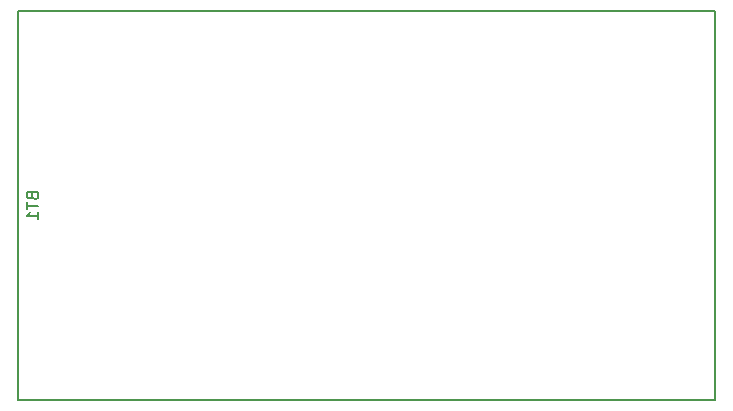
<source format=gbo>
G04 #@! TF.GenerationSoftware,KiCad,Pcbnew,5.0.2-bee76a0~70~ubuntu16.04.1*
G04 #@! TF.CreationDate,2019-02-20T18:18:52+05:30*
G04 #@! TF.ProjectId,senseBe_rev2,73656e73-6542-4655-9f72-6576322e6b69,rev?*
G04 #@! TF.SameCoordinates,Original*
G04 #@! TF.FileFunction,Legend,Bot*
G04 #@! TF.FilePolarity,Positive*
%FSLAX46Y46*%
G04 Gerber Fmt 4.6, Leading zero omitted, Abs format (unit mm)*
G04 Created by KiCad (PCBNEW 5.0.2-bee76a0~70~ubuntu16.04.1) date Wed Feb 20 18:18:52 2019*
%MOMM*%
%LPD*%
G01*
G04 APERTURE LIST*
%ADD10C,0.150000*%
G04 APERTURE END LIST*
D10*
G04 #@! TO.C,BT1*
X500000Y-3500000D02*
X59500000Y-3500000D01*
X500000Y-36500000D02*
X500000Y-3500000D01*
X500000Y-36500000D02*
X59500000Y-36500000D01*
X59500000Y-36500000D02*
X59500000Y-3500000D01*
X1678571Y-19214285D02*
X1726190Y-19357142D01*
X1773809Y-19404761D01*
X1869047Y-19452380D01*
X2011904Y-19452380D01*
X2107142Y-19404761D01*
X2154761Y-19357142D01*
X2202380Y-19261904D01*
X2202380Y-18880952D01*
X1202380Y-18880952D01*
X1202380Y-19214285D01*
X1250000Y-19309523D01*
X1297619Y-19357142D01*
X1392857Y-19404761D01*
X1488095Y-19404761D01*
X1583333Y-19357142D01*
X1630952Y-19309523D01*
X1678571Y-19214285D01*
X1678571Y-18880952D01*
X1202380Y-19738095D02*
X1202380Y-20309523D01*
X2202380Y-20023809D02*
X1202380Y-20023809D01*
X2202380Y-21166666D02*
X2202380Y-20595238D01*
X2202380Y-20880952D02*
X1202380Y-20880952D01*
X1345238Y-20785714D01*
X1440476Y-20690476D01*
X1488095Y-20595238D01*
G04 #@! TD*
M02*

</source>
